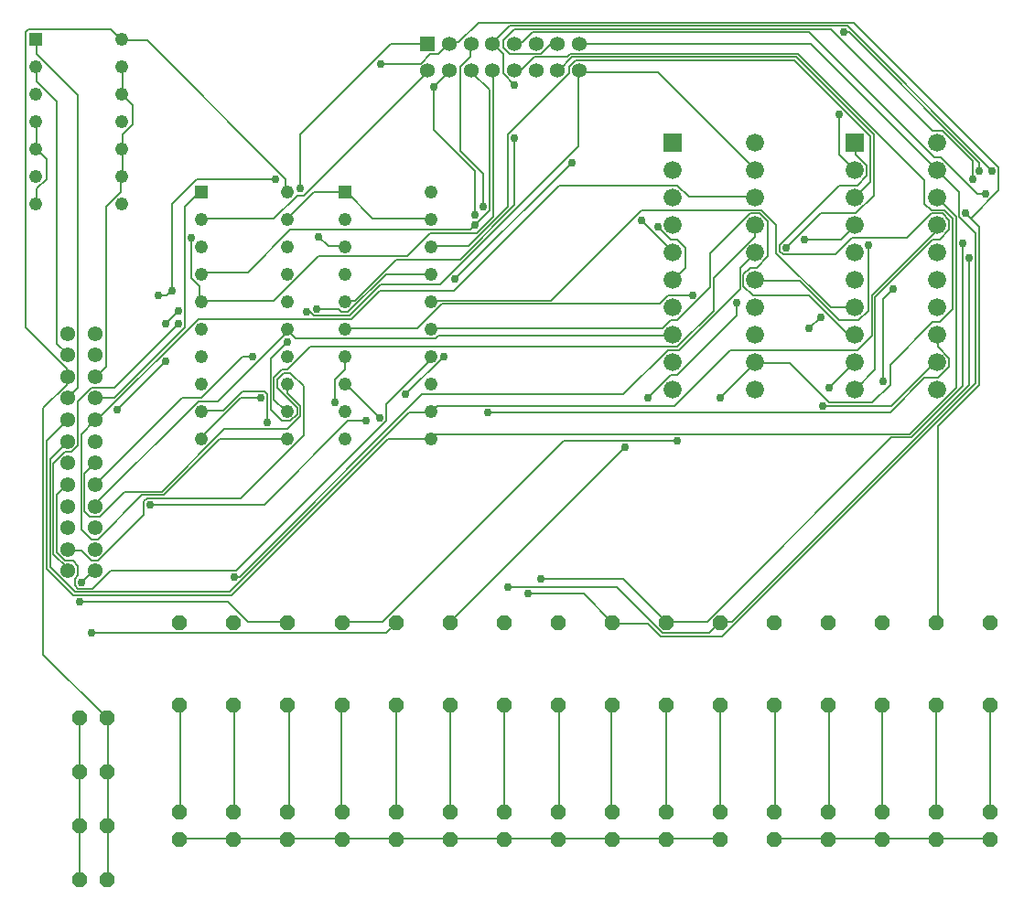
<source format=gbr>
G04 EAGLE Gerber RS-274X export*
G75*
%MOMM*%
%FSLAX34Y34*%
%LPD*%
%INTop Copper*%
%IPPOS*%
%AMOC8*
5,1,8,0,0,1.08239X$1,22.5*%
G01*
%ADD10R,1.238000X1.238000*%
%ADD11C,1.238000*%
%ADD12R,1.358000X1.358000*%
%ADD13C,1.358000*%
%ADD14R,1.676400X1.676400*%
%ADD15C,1.676400*%
%ADD16C,1.381000*%
%ADD17P,1.429621X8X112.500000*%
%ADD18P,1.429621X8X292.500000*%
%ADD19P,1.429621X8X22.500000*%
%ADD20C,0.152400*%
%ADD21C,0.756400*%


D10*
X229800Y766900D03*
D11*
X229800Y741500D03*
X229800Y716100D03*
X229800Y690700D03*
X229800Y665300D03*
X229800Y639900D03*
X229800Y614500D03*
X229800Y589100D03*
X229800Y563700D03*
X229800Y538300D03*
X309200Y538300D03*
X309200Y563700D03*
X309200Y589100D03*
X309200Y614500D03*
X309200Y639900D03*
X309200Y665300D03*
X309200Y690700D03*
X309200Y716100D03*
X309200Y741500D03*
X309200Y766900D03*
D10*
X362800Y766900D03*
D11*
X362800Y741500D03*
X362800Y716100D03*
X362800Y690700D03*
X362800Y665300D03*
X362800Y639900D03*
X362800Y614500D03*
X362800Y589100D03*
X362800Y563700D03*
X362800Y538300D03*
X442200Y538300D03*
X442200Y563700D03*
X442200Y589100D03*
X442200Y614500D03*
X442200Y639900D03*
X442200Y665300D03*
X442200Y690700D03*
X442200Y716100D03*
X442200Y741500D03*
X442200Y766900D03*
D12*
X439500Y903900D03*
D13*
X439500Y878900D03*
X459500Y903900D03*
X459500Y878900D03*
X479500Y903900D03*
X479500Y878900D03*
X499500Y903900D03*
X499500Y878900D03*
X519500Y903900D03*
X519500Y878900D03*
X539500Y903900D03*
X539500Y878900D03*
X559500Y903900D03*
X559500Y878900D03*
X579500Y903900D03*
X579500Y878900D03*
D14*
X834100Y812100D03*
D15*
X834100Y786700D03*
X834100Y761300D03*
X834100Y735900D03*
X834100Y710500D03*
X834100Y685100D03*
X834100Y659700D03*
X834100Y634300D03*
X834100Y608900D03*
X834100Y583500D03*
X910300Y583500D03*
X910300Y608900D03*
X910300Y634300D03*
X910300Y659700D03*
X910300Y685100D03*
X910300Y710500D03*
X910300Y735900D03*
X910300Y761300D03*
X910300Y786700D03*
X910300Y812100D03*
D14*
X666300Y812100D03*
D15*
X666300Y786700D03*
X666300Y761300D03*
X666300Y735900D03*
X666300Y710500D03*
X666300Y685100D03*
X666300Y659700D03*
X666300Y634300D03*
X666300Y608900D03*
X666300Y583500D03*
X742500Y583500D03*
X742500Y608900D03*
X742500Y634300D03*
X742500Y659700D03*
X742500Y685100D03*
X742500Y710500D03*
X742500Y735900D03*
X742500Y761300D03*
X742500Y786700D03*
X742500Y812100D03*
D10*
X76900Y907800D03*
D11*
X76900Y882400D03*
X76900Y857000D03*
X76900Y831600D03*
X76900Y806200D03*
X76900Y780800D03*
X76900Y755400D03*
X156300Y755400D03*
X156300Y780800D03*
X156300Y806200D03*
X156300Y831600D03*
X156300Y857000D03*
X156300Y882400D03*
X156300Y907800D03*
D16*
X106600Y415700D03*
X131600Y415700D03*
X106600Y435700D03*
X131600Y435700D03*
X106600Y455700D03*
X131600Y455700D03*
X106600Y475700D03*
X131600Y475700D03*
X106600Y495700D03*
X131600Y495700D03*
X106600Y515700D03*
X131600Y515700D03*
X106600Y535700D03*
X131600Y535700D03*
X106600Y555700D03*
X131600Y555700D03*
X106600Y575700D03*
X131600Y575700D03*
X106600Y595700D03*
X131600Y595700D03*
X106600Y615700D03*
X131600Y615700D03*
X106600Y635700D03*
X131600Y635700D03*
D17*
X910000Y291900D03*
X910000Y368100D03*
X860000Y291900D03*
X860000Y368100D03*
X810000Y291900D03*
X810000Y368100D03*
X760000Y291900D03*
X760000Y368100D03*
X710000Y291900D03*
X710000Y368100D03*
X660000Y291900D03*
X660000Y368100D03*
X610000Y291900D03*
X610000Y368100D03*
X560000Y291900D03*
X560000Y368100D03*
X510000Y291900D03*
X510000Y368100D03*
X460000Y291900D03*
X460000Y368100D03*
X410000Y291900D03*
X410000Y368100D03*
X360000Y291900D03*
X360000Y368100D03*
X310000Y291900D03*
X310000Y368100D03*
X260000Y291900D03*
X260000Y368100D03*
X210000Y291900D03*
X210000Y368100D03*
X960000Y291900D03*
X960000Y368100D03*
D18*
X910000Y192700D03*
X910000Y167300D03*
X860000Y192700D03*
X860000Y167300D03*
X810000Y192700D03*
X810000Y167300D03*
X760000Y192700D03*
X760000Y167300D03*
X710000Y192700D03*
X710000Y167300D03*
X660000Y192700D03*
X660000Y167300D03*
X610000Y192700D03*
X610000Y167300D03*
X560000Y192700D03*
X560000Y167300D03*
X510000Y192700D03*
X510000Y167300D03*
X460000Y192700D03*
X460000Y167300D03*
X410000Y192700D03*
X410000Y167300D03*
X360000Y192700D03*
X360000Y167300D03*
X310000Y192700D03*
X310000Y167300D03*
X260000Y192700D03*
X260000Y167300D03*
X210000Y192700D03*
X210000Y167300D03*
X960000Y192700D03*
X960000Y167300D03*
D19*
X117300Y280000D03*
X142700Y280000D03*
X117300Y230000D03*
X142700Y230000D03*
X117300Y180000D03*
X142700Y180000D03*
X117300Y130000D03*
X142700Y130000D03*
D20*
X402336Y537972D02*
X441960Y537972D01*
X402336Y537972D02*
X257556Y393192D01*
X111252Y393192D01*
X86868Y417576D01*
X86868Y536448D01*
X105156Y554736D01*
X441960Y537972D02*
X442200Y538300D01*
X106600Y555700D02*
X105156Y554736D01*
X911352Y760476D02*
X928116Y743712D01*
X928116Y585216D01*
X885444Y542544D01*
X446532Y542544D01*
X443484Y539496D01*
X910300Y761300D02*
X911352Y760476D01*
X443484Y539496D02*
X442200Y538300D01*
X441960Y562356D02*
X422148Y562356D01*
X256032Y396240D01*
X112776Y396240D01*
X89916Y419100D01*
X89916Y519684D01*
X105156Y534924D01*
X441960Y562356D02*
X442200Y563700D01*
X106600Y535700D02*
X105156Y534924D01*
X909828Y729996D02*
X909828Y734568D01*
X909828Y729996D02*
X850392Y670560D01*
X850392Y633984D01*
X836676Y620268D01*
X719328Y620268D01*
X667512Y568452D01*
X448056Y568452D01*
X443484Y563880D01*
X909828Y734568D02*
X910300Y735900D01*
X443484Y563880D02*
X442200Y563700D01*
X288036Y477012D02*
X182880Y477012D01*
X288036Y477012D02*
X365760Y554736D01*
X382524Y554736D01*
D21*
X182880Y477012D03*
X382524Y554736D03*
D20*
X441960Y611124D02*
X441960Y614172D01*
X441960Y611124D02*
X400812Y569976D01*
X400812Y554736D01*
X262128Y416052D01*
X146304Y416052D01*
X129540Y399288D01*
X115824Y399288D01*
X112776Y402336D01*
X112776Y408432D01*
X115824Y411480D01*
X115824Y420624D01*
X111252Y425196D01*
X103632Y425196D01*
X96012Y432816D01*
X96012Y486156D01*
X105156Y495300D01*
X441960Y614172D02*
X442200Y614500D01*
X106600Y495700D02*
X105156Y495300D01*
X911352Y623316D02*
X911352Y633984D01*
X911352Y623316D02*
X922020Y612648D01*
X922020Y605028D01*
X911352Y594360D01*
X899160Y594360D01*
X867156Y562356D01*
X495300Y562356D01*
X910300Y634300D02*
X911352Y633984D01*
D21*
X495300Y562356D03*
D20*
X443484Y640080D02*
X656844Y640080D01*
X664464Y647700D01*
X670560Y647700D01*
X701040Y678180D01*
X701040Y710184D01*
X737616Y746760D01*
X746760Y746760D01*
X754380Y739140D01*
X754380Y707136D01*
X743712Y696468D01*
X737616Y696468D01*
X731520Y690372D01*
X731520Y679704D01*
X740664Y670560D01*
X792480Y670560D01*
X827532Y635508D01*
X833628Y635508D01*
X443484Y640080D02*
X442200Y639900D01*
X833628Y635508D02*
X834100Y634300D01*
X553212Y665988D02*
X443484Y665988D01*
X553212Y665988D02*
X637032Y749808D01*
X748284Y749808D01*
X762000Y736092D01*
X762000Y710184D01*
X812292Y659892D01*
X833628Y659892D01*
X443484Y665988D02*
X442200Y665300D01*
X833628Y659892D02*
X834100Y659700D01*
X803148Y650748D02*
X792480Y640080D01*
D21*
X792480Y640080D03*
X803148Y650748D03*
D20*
X787908Y722376D02*
X821436Y722376D01*
X833628Y734568D01*
X834100Y735900D01*
X118872Y434340D02*
X106680Y434340D01*
X118872Y434340D02*
X128016Y425196D01*
X134112Y425196D01*
X176784Y467868D01*
X176784Y480060D01*
X179832Y483108D01*
X266700Y483108D01*
X324612Y541020D01*
X324612Y586740D01*
X312420Y598932D01*
X306324Y598932D01*
X300228Y592836D01*
X300228Y585216D01*
X318516Y566928D01*
X318516Y560832D01*
X312420Y554736D01*
X304800Y554736D01*
X294132Y565404D01*
X294132Y612648D01*
X309372Y627888D01*
X336804Y658368D02*
X356616Y658368D01*
X359664Y655320D01*
X365760Y655320D01*
X400812Y690372D01*
X441960Y690372D01*
X106600Y435700D02*
X106680Y434340D01*
X441960Y690372D02*
X442200Y690700D01*
D21*
X787908Y722376D03*
X309372Y627888D03*
X336804Y658368D03*
D20*
X443484Y716280D02*
X477012Y716280D01*
X513588Y752856D01*
X513588Y819912D01*
X569976Y876300D01*
X569976Y882396D01*
X576072Y888492D01*
X778764Y888492D01*
X848868Y818388D01*
X848868Y775716D01*
X835152Y762000D01*
X443484Y716280D02*
X442200Y716100D01*
X834100Y761300D02*
X835152Y762000D01*
X105156Y419100D02*
X105156Y416052D01*
X105156Y419100D02*
X92964Y431292D01*
X92964Y515112D01*
X103632Y525780D01*
X109728Y525780D01*
X115824Y531876D01*
X115824Y573024D01*
X128016Y585216D01*
X149352Y585216D01*
X208788Y644652D01*
X106600Y415700D02*
X105156Y416052D01*
D21*
X208788Y644652D03*
D20*
X246888Y537972D02*
X307848Y537972D01*
X246888Y537972D02*
X195072Y486156D01*
X175260Y486156D01*
X134112Y445008D01*
X128016Y445008D01*
X118872Y454152D01*
X118872Y542544D01*
X131064Y554736D01*
X307848Y537972D02*
X309200Y538300D01*
X131600Y555700D02*
X131064Y554736D01*
X681228Y762000D02*
X742188Y762000D01*
X681228Y762000D02*
X670560Y772668D01*
X560832Y772668D01*
X463296Y675132D01*
X394716Y675132D01*
X368808Y649224D01*
X227076Y649224D01*
X132588Y554736D01*
X742188Y762000D02*
X742500Y761300D01*
X132588Y554736D02*
X131600Y555700D01*
X742188Y725424D02*
X742188Y734568D01*
X742188Y725424D02*
X704088Y687324D01*
X704088Y656844D01*
X670560Y623316D01*
X330708Y623316D01*
X309372Y601980D01*
X304800Y601980D01*
X297180Y594360D01*
X297180Y574548D01*
X307848Y563880D01*
X742188Y734568D02*
X742500Y735900D01*
X309200Y563700D02*
X307848Y563880D01*
X309372Y580644D02*
X309372Y588264D01*
X309372Y580644D02*
X321564Y568452D01*
X321564Y559308D01*
X309372Y547116D01*
X251460Y547116D01*
X193548Y489204D01*
X158496Y489204D01*
X135636Y466344D01*
X126492Y466344D01*
X121920Y470916D01*
X121920Y505968D01*
X131064Y515112D01*
X309372Y588264D02*
X309200Y589100D01*
X131600Y515700D02*
X131064Y515112D01*
X268224Y614172D02*
X277368Y614172D01*
X268224Y614172D02*
X230124Y576072D01*
X211836Y576072D01*
X132588Y496824D01*
X131600Y495700D01*
X419100Y579120D02*
X454152Y614172D01*
D21*
X277368Y614172D03*
X454152Y614172D03*
X419100Y579120D03*
D20*
X307848Y635508D02*
X307848Y638556D01*
X307848Y635508D02*
X245364Y573024D01*
X227076Y573024D01*
X131064Y477012D01*
X307848Y638556D02*
X309200Y639900D01*
X131064Y477012D02*
X131600Y475700D01*
X449580Y633984D02*
X665988Y633984D01*
X449580Y633984D02*
X446532Y630936D01*
X316992Y630936D01*
X309372Y638556D01*
X665988Y633984D02*
X666300Y634300D01*
X309372Y638556D02*
X309200Y639900D01*
X196596Y609600D02*
X152400Y565404D01*
X196596Y644652D02*
X208788Y656844D01*
D21*
X152400Y565404D03*
X196596Y609600D03*
X196596Y644652D03*
X208788Y656844D03*
D20*
X131064Y414528D02*
X128016Y414528D01*
X118872Y405384D01*
X131064Y414528D02*
X131600Y415700D01*
D21*
X118872Y405384D03*
D20*
X77724Y894588D02*
X77724Y906780D01*
X77724Y894588D02*
X115824Y856488D01*
X115824Y585216D01*
X106680Y576072D01*
X77724Y906780D02*
X76900Y907800D01*
X106680Y576072D02*
X106600Y575700D01*
X333756Y766572D02*
X362712Y766572D01*
X333756Y766572D02*
X309372Y742188D01*
X362712Y766572D02*
X362800Y766900D01*
X309372Y742188D02*
X309200Y741500D01*
X388620Y742188D02*
X441960Y742188D01*
X388620Y742188D02*
X364236Y766572D01*
X441960Y742188D02*
X442200Y741500D01*
X364236Y766572D02*
X362800Y766900D01*
X149352Y576072D02*
X132588Y576072D01*
X149352Y576072D02*
X214884Y641604D01*
X214884Y752856D01*
X228600Y766572D01*
X132588Y576072D02*
X131600Y575700D01*
X228600Y766572D02*
X229800Y766900D01*
X77724Y868680D02*
X77724Y882396D01*
X77724Y868680D02*
X96012Y850392D01*
X96012Y626364D01*
X105156Y617220D01*
X77724Y882396D02*
X76900Y882400D01*
X105156Y617220D02*
X106600Y615700D01*
X230124Y742188D02*
X297180Y742188D01*
X318516Y763524D01*
X324612Y763524D01*
X438912Y877824D01*
X230124Y742188D02*
X229800Y741500D01*
X438912Y877824D02*
X439500Y878900D01*
X445008Y864108D02*
X458724Y877824D01*
X459500Y878900D01*
X637032Y740664D02*
X665988Y711708D01*
X483108Y745236D02*
X483108Y786384D01*
X445008Y824484D01*
X445008Y864108D01*
X665988Y711708D02*
X666300Y710500D01*
D21*
X445008Y864108D03*
X637032Y740664D03*
X483108Y745236D03*
D20*
X272796Y691896D02*
X230124Y691896D01*
X272796Y691896D02*
X312420Y731520D01*
X478536Y731520D01*
X483108Y736092D02*
X496824Y749808D01*
X483108Y736092D02*
X478536Y731520D01*
X496824Y749808D02*
X496824Y861060D01*
X480060Y877824D01*
X230124Y691896D02*
X229800Y690700D01*
X480060Y877824D02*
X479500Y878900D01*
X621792Y530352D02*
X460248Y368808D01*
X643128Y576072D02*
X664464Y597408D01*
X670560Y597408D01*
X725424Y652272D01*
X725424Y664464D01*
X460248Y368808D02*
X460000Y368100D01*
X664464Y722376D02*
X652272Y734568D01*
X664464Y722376D02*
X670560Y722376D01*
X678180Y714756D01*
X678180Y696468D01*
X667512Y685800D01*
X666300Y685100D01*
D21*
X621792Y530352D03*
X643128Y576072D03*
X725424Y664464D03*
X483108Y736092D03*
X652272Y734568D03*
D20*
X297180Y665988D02*
X230124Y665988D01*
X297180Y665988D02*
X338328Y707136D01*
X420624Y707136D01*
X441960Y728472D01*
X484632Y728472D01*
X499872Y743712D01*
X499872Y877824D01*
X230124Y665988D02*
X229800Y665300D01*
X499872Y877824D02*
X499500Y878900D01*
X228600Y679704D02*
X228600Y665988D01*
X228600Y679704D02*
X220980Y687324D01*
X220980Y723900D01*
X128016Y358140D02*
X400812Y358140D01*
X409956Y367284D01*
X229800Y665300D02*
X228600Y665988D01*
X410000Y368100D02*
X409956Y367284D01*
D21*
X220980Y723900D03*
X128016Y358140D03*
D20*
X464820Y685800D02*
X573024Y794004D01*
X397764Y368808D02*
X361188Y368808D01*
X397764Y368808D02*
X565404Y536448D01*
X670560Y536448D01*
X710184Y576072D02*
X742188Y608076D01*
X361188Y368808D02*
X360000Y368100D01*
X742188Y608076D02*
X742500Y608900D01*
X525780Y879348D02*
X519684Y879348D01*
X525780Y879348D02*
X537972Y891540D01*
X568452Y891540D01*
X571500Y894588D01*
X781812Y894588D01*
X899160Y777240D01*
X899160Y755904D01*
X905256Y749808D01*
X917448Y749808D01*
X925068Y742188D01*
X925068Y658368D01*
X912876Y646176D01*
X906780Y646176D01*
X867156Y606552D01*
X867156Y588264D01*
X850392Y571500D01*
X810768Y571500D01*
X774192Y608076D01*
X743712Y608076D01*
X519500Y878900D02*
X519684Y879348D01*
X742500Y608900D02*
X743712Y608076D01*
D21*
X464820Y685800D03*
X573024Y794004D03*
X670560Y536448D03*
X710184Y576072D03*
D20*
X202692Y675132D02*
X202692Y755904D01*
X225552Y778764D01*
X298704Y778764D01*
X309372Y368808D02*
X272796Y368808D01*
X254508Y387096D01*
X117348Y387096D01*
X190500Y670560D02*
X198120Y670560D01*
X202692Y675132D01*
X309372Y368808D02*
X310000Y368100D01*
X743712Y684276D02*
X783336Y684276D01*
X819912Y647700D01*
X838200Y647700D01*
X847344Y656844D01*
X847344Y717804D01*
X743712Y684276D02*
X742500Y685100D01*
D21*
X202692Y675132D03*
X298704Y778764D03*
X117348Y387096D03*
X190500Y670560D03*
X847344Y717804D03*
D20*
X265176Y409956D02*
X260604Y409956D01*
X265176Y409956D02*
X434340Y579120D01*
X620268Y579120D01*
X661416Y620268D01*
X672084Y620268D01*
X728472Y676656D01*
X728472Y696468D01*
X742188Y710184D01*
X742500Y710500D01*
X573024Y891540D02*
X560832Y879348D01*
X573024Y891540D02*
X780288Y891540D01*
X851916Y819912D01*
X851916Y763524D01*
X835152Y746760D01*
X803148Y746760D01*
X771144Y714756D01*
X560832Y879348D02*
X559500Y878900D01*
D21*
X260604Y409956D03*
X771144Y714756D03*
D20*
X249936Y563880D02*
X230124Y563880D01*
X249936Y563880D02*
X268224Y582168D01*
X288036Y582168D01*
X291084Y579120D01*
X291084Y553212D01*
X230124Y563880D02*
X229800Y563700D01*
X580644Y877824D02*
X652272Y877824D01*
X742188Y787908D01*
X580644Y877824D02*
X579500Y878900D01*
X742188Y787908D02*
X742500Y786700D01*
X330708Y655320D02*
X327660Y655320D01*
X330708Y655320D02*
X333756Y652272D01*
X367284Y652272D01*
X396240Y681228D01*
X451104Y681228D01*
X579120Y809244D01*
X579120Y877824D01*
X579500Y878900D01*
D21*
X291084Y553212D03*
X327660Y655320D03*
D20*
X321564Y769620D02*
X321564Y819912D01*
X405384Y903732D01*
X438912Y903732D01*
X439500Y903900D01*
X819912Y838200D02*
X819912Y801624D01*
X833628Y787908D01*
X834100Y786700D01*
D21*
X321564Y769620D03*
X819912Y838200D03*
D20*
X362712Y716280D02*
X347472Y716280D01*
X338328Y725424D01*
X396240Y885444D02*
X432816Y885444D01*
X441960Y894588D01*
X449580Y894588D01*
X458724Y903732D01*
X362712Y716280D02*
X362800Y716100D01*
X458724Y903732D02*
X459500Y903900D01*
X911352Y550164D02*
X911352Y368808D01*
X911352Y550164D02*
X949452Y588264D01*
X949452Y734568D01*
X941832Y742188D02*
X937260Y746760D01*
X941832Y742188D02*
X949452Y734568D01*
X911352Y368808D02*
X910000Y368100D01*
X467868Y905256D02*
X460248Y905256D01*
X467868Y905256D02*
X486156Y923544D01*
X833628Y923544D01*
X967740Y789432D01*
X967740Y768096D01*
X941832Y742188D01*
X460248Y905256D02*
X459500Y903900D01*
D21*
X338328Y725424D03*
X396240Y885444D03*
X937260Y746760D03*
D20*
X861060Y667512D02*
X861060Y591312D01*
X861060Y667512D02*
X870204Y676656D01*
X478536Y891540D02*
X478536Y903732D01*
X478536Y891540D02*
X469392Y882396D01*
X469392Y804672D01*
X490728Y783336D01*
X490728Y752856D01*
X478536Y903732D02*
X479500Y903900D01*
D21*
X861060Y591312D03*
X870204Y676656D03*
X490728Y752856D03*
D20*
X810768Y585216D02*
X833628Y608076D01*
X834100Y608900D01*
X371856Y665988D02*
X364236Y665988D01*
X371856Y665988D02*
X409956Y704088D01*
X469392Y704088D01*
X519684Y754380D01*
X519684Y816864D01*
X519684Y865632D02*
X509016Y876300D01*
X509016Y894588D01*
X499872Y903732D01*
X364236Y665988D02*
X362800Y665300D01*
X499500Y903900D02*
X499872Y903732D01*
X827532Y920496D02*
X961644Y786384D01*
X827532Y920496D02*
X515112Y920496D01*
X499872Y905256D01*
X499500Y903900D01*
D21*
X810768Y585216D03*
X519684Y816864D03*
X519684Y865632D03*
X961644Y786384D03*
D20*
X429768Y640080D02*
X364236Y640080D01*
X429768Y640080D02*
X452628Y662940D01*
X653796Y662940D01*
X661416Y670560D01*
X684276Y670560D01*
X364236Y640080D02*
X362800Y639900D01*
X804672Y568452D02*
X868680Y568452D01*
X909828Y609600D01*
X910300Y608900D01*
X527304Y905256D02*
X519684Y905256D01*
X527304Y905256D02*
X536448Y914400D01*
X792480Y914400D01*
X908304Y798576D01*
X914400Y798576D01*
X947928Y765048D01*
X955548Y765048D01*
X519500Y903900D02*
X519684Y905256D01*
D21*
X684276Y670560D03*
X804672Y568452D03*
X955548Y765048D03*
D20*
X362712Y614172D02*
X362712Y601980D01*
X353568Y592836D01*
X353568Y571500D01*
X513588Y400812D02*
X614172Y400812D01*
X656844Y358140D01*
X699516Y358140D01*
X708660Y367284D01*
X362712Y614172D02*
X362800Y614500D01*
X708660Y367284D02*
X710000Y368100D01*
X824484Y914400D02*
X829056Y914400D01*
X949452Y794004D01*
X949452Y786384D01*
X720852Y368808D02*
X710184Y368808D01*
X720852Y368808D02*
X940308Y588264D01*
X940308Y705612D01*
X710184Y368808D02*
X710000Y368100D01*
D21*
X353568Y571500D03*
X513588Y400812D03*
X824484Y914400D03*
X949452Y786384D03*
X940308Y705612D03*
D20*
X394716Y557784D02*
X364236Y588264D01*
X544068Y408432D02*
X620268Y408432D01*
X659892Y368808D01*
X364236Y588264D02*
X362800Y589100D01*
X659892Y368808D02*
X660000Y368100D01*
X559308Y903732D02*
X553212Y903732D01*
X544068Y894588D01*
X515112Y894588D01*
X509016Y900684D01*
X509016Y906780D01*
X519684Y917448D01*
X812292Y917448D01*
X906780Y822960D01*
X915924Y822960D01*
X943356Y795528D01*
X943356Y778764D01*
X559500Y903900D02*
X559308Y903732D01*
X661416Y368808D02*
X697992Y368808D01*
X868680Y539496D01*
X886968Y539496D01*
X934212Y586740D01*
X934212Y719328D01*
X661416Y368808D02*
X660000Y368100D01*
D21*
X394716Y557784D03*
X544068Y408432D03*
X943356Y778764D03*
X934212Y719328D03*
D20*
X583692Y394716D02*
X531876Y394716D01*
X583692Y394716D02*
X609600Y368808D01*
X610000Y368100D01*
X580644Y903732D02*
X794004Y903732D01*
X909828Y787908D01*
X580644Y903732D02*
X579500Y903900D01*
X909828Y787908D02*
X910300Y786700D01*
X643128Y367284D02*
X611124Y367284D01*
X643128Y367284D02*
X655320Y355092D01*
X711708Y355092D01*
X946404Y589788D01*
X946404Y728472D01*
X931164Y743712D01*
X931164Y766572D01*
X911352Y786384D01*
X610000Y368100D02*
X611124Y367284D01*
X910300Y786700D02*
X911352Y786384D01*
D21*
X531876Y394716D03*
D20*
X960120Y291084D02*
X960120Y193548D01*
X960000Y192700D01*
X960120Y291084D02*
X960000Y291900D01*
X909828Y291084D02*
X909828Y193548D01*
X910000Y192700D01*
X909828Y291084D02*
X910000Y291900D01*
X859536Y291084D02*
X859536Y193548D01*
X860000Y192700D01*
X859536Y291084D02*
X860000Y291900D01*
X810768Y291084D02*
X810768Y193548D01*
X810000Y192700D01*
X810768Y291084D02*
X810000Y291900D01*
X760476Y291084D02*
X760476Y193548D01*
X760000Y192700D01*
X760476Y291084D02*
X760000Y291900D01*
X710184Y291084D02*
X710184Y193548D01*
X710000Y192700D01*
X710184Y291084D02*
X710000Y291900D01*
X659892Y291084D02*
X659892Y193548D01*
X660000Y192700D01*
X659892Y291084D02*
X660000Y291900D01*
X609600Y291084D02*
X609600Y193548D01*
X610000Y192700D01*
X609600Y291084D02*
X610000Y291900D01*
X560832Y291084D02*
X560832Y193548D01*
X560000Y192700D01*
X560832Y291084D02*
X560000Y291900D01*
X510540Y291084D02*
X510540Y193548D01*
X510000Y192700D01*
X510540Y291084D02*
X510000Y291900D01*
X460248Y291084D02*
X460248Y193548D01*
X460000Y192700D01*
X460248Y291084D02*
X460000Y291900D01*
X409956Y291084D02*
X409956Y193548D01*
X410000Y192700D01*
X409956Y291084D02*
X410000Y291900D01*
X359664Y291084D02*
X359664Y193548D01*
X360000Y192700D01*
X359664Y291084D02*
X360000Y291900D01*
X310896Y291084D02*
X310896Y193548D01*
X310000Y192700D01*
X310896Y291084D02*
X310000Y291900D01*
X260604Y291084D02*
X260604Y193548D01*
X260000Y192700D01*
X260604Y291084D02*
X260000Y291900D01*
X210312Y291084D02*
X210312Y193548D01*
X210000Y192700D01*
X210312Y291084D02*
X210000Y291900D01*
X143256Y179832D02*
X143256Y131064D01*
X142700Y130000D01*
X143256Y179832D02*
X142700Y180000D01*
X143256Y181356D02*
X143256Y228600D01*
X142700Y230000D01*
X143256Y181356D02*
X142700Y180000D01*
X143256Y230124D02*
X143256Y278892D01*
X142700Y280000D01*
X143256Y230124D02*
X142700Y230000D01*
X105156Y588264D02*
X105156Y594360D01*
X105156Y588264D02*
X83820Y566928D01*
X83820Y338328D01*
X141732Y280416D01*
X105156Y594360D02*
X106600Y595700D01*
X141732Y280416D02*
X142700Y280000D01*
X156972Y906780D02*
X179832Y906780D01*
X307848Y778764D01*
X307848Y768096D01*
X156972Y906780D02*
X156300Y907800D01*
X307848Y768096D02*
X309200Y766900D01*
X105156Y603504D02*
X105156Y595884D01*
X105156Y603504D02*
X67056Y641604D01*
X67056Y914400D01*
X70104Y917448D01*
X146304Y917448D01*
X155448Y908304D01*
X106600Y595700D02*
X105156Y595884D01*
X156300Y907800D02*
X155448Y908304D01*
X77724Y769620D02*
X77724Y755904D01*
X77724Y769620D02*
X86868Y778764D01*
X86868Y797052D01*
X77724Y806196D01*
X77724Y755904D02*
X76900Y755400D01*
X76900Y806200D02*
X77724Y806196D01*
X77724Y807720D02*
X77724Y830580D01*
X76900Y831600D01*
X77724Y807720D02*
X76900Y806200D01*
X156972Y806196D02*
X156972Y781812D01*
X156300Y780800D01*
X156300Y806200D02*
X156972Y806196D01*
X156972Y858012D02*
X156972Y882396D01*
X156972Y858012D02*
X156300Y857000D01*
X156300Y882400D02*
X156972Y882396D01*
X156972Y819912D02*
X156972Y807720D01*
X156972Y819912D02*
X166116Y829056D01*
X166116Y847344D01*
X156972Y856488D01*
X156972Y807720D02*
X156300Y806200D01*
X156972Y856488D02*
X156300Y857000D01*
X266700Y576072D02*
X284988Y576072D01*
X266700Y576072D02*
X230124Y539496D01*
X229800Y538300D01*
X155448Y766572D02*
X155448Y780288D01*
X155448Y766572D02*
X141732Y752856D01*
X141732Y605028D01*
X132588Y595884D01*
X155448Y780288D02*
X156300Y780800D01*
X132588Y595884D02*
X131600Y595700D01*
X117348Y179832D02*
X117348Y131064D01*
X117300Y130000D01*
X117348Y179832D02*
X117300Y180000D01*
X117348Y181356D02*
X117348Y228600D01*
X117300Y230000D01*
X117348Y181356D02*
X117300Y180000D01*
X117348Y230124D02*
X117348Y278892D01*
X117300Y280000D01*
X117348Y230124D02*
X117300Y230000D01*
X411480Y167640D02*
X458724Y167640D01*
X411480Y167640D02*
X410000Y167300D01*
X458724Y167640D02*
X460000Y167300D01*
X259080Y167640D02*
X210312Y167640D01*
X210000Y167300D01*
X259080Y167640D02*
X260000Y167300D01*
X310896Y167640D02*
X359664Y167640D01*
X310896Y167640D02*
X310000Y167300D01*
X359664Y167640D02*
X360000Y167300D01*
X309372Y167640D02*
X260604Y167640D01*
X260000Y167300D01*
X309372Y167640D02*
X310000Y167300D01*
X361188Y167640D02*
X409956Y167640D01*
X410000Y167300D01*
X361188Y167640D02*
X360000Y167300D01*
X661416Y167640D02*
X708660Y167640D01*
X661416Y167640D02*
X660000Y167300D01*
X708660Y167640D02*
X710000Y167300D01*
X559308Y167640D02*
X510540Y167640D01*
X510000Y167300D01*
X559308Y167640D02*
X560000Y167300D01*
X560832Y167640D02*
X609600Y167640D01*
X610000Y167300D01*
X560832Y167640D02*
X560000Y167300D01*
X611124Y167640D02*
X659892Y167640D01*
X660000Y167300D01*
X611124Y167640D02*
X610000Y167300D01*
X911352Y167640D02*
X958596Y167640D01*
X911352Y167640D02*
X910000Y167300D01*
X958596Y167640D02*
X960000Y167300D01*
X809244Y167640D02*
X760476Y167640D01*
X760000Y167300D01*
X809244Y167640D02*
X810000Y167300D01*
X810768Y167640D02*
X859536Y167640D01*
X860000Y167300D01*
X810768Y167640D02*
X810000Y167300D01*
X861060Y167640D02*
X909828Y167640D01*
X910000Y167300D01*
X861060Y167640D02*
X860000Y167300D01*
X835152Y801624D02*
X835152Y810768D01*
X835152Y801624D02*
X845820Y790956D01*
X845820Y781812D01*
X836676Y772668D01*
X819912Y772668D01*
X765048Y717804D01*
X765048Y711708D01*
X768096Y708660D01*
X816864Y708660D01*
X832104Y723900D01*
X882396Y723900D01*
X905256Y746760D01*
X915924Y746760D01*
X922020Y740664D01*
X922020Y731520D01*
X912876Y722376D01*
X906780Y722376D01*
X853440Y669036D01*
X853440Y601980D01*
X835152Y583692D01*
X835152Y810768D02*
X834100Y812100D01*
X835152Y583692D02*
X834100Y583500D01*
X509016Y167640D02*
X460248Y167640D01*
X460000Y167300D01*
X509016Y167640D02*
X510000Y167300D01*
D21*
X284988Y576072D03*
M02*

</source>
